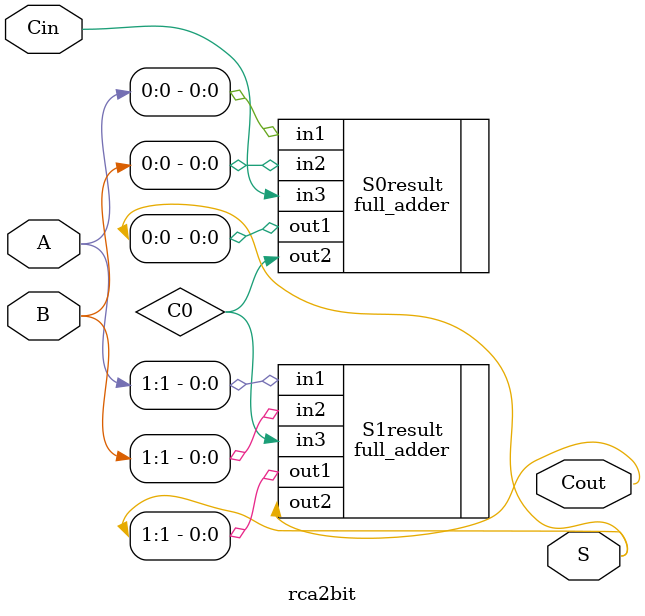
<source format=v>
module rca2bit(S, Cout, A, B, Cin);
    input [1:0] A, B;
    input Cin;
    output [1:0] S;
    output Cout;
    wire C0, w2, w3;

    // syntax: gate instance_name(output, input_1, input_2...)
    full_adder S0result(.in1(A[0]), .in2(B[0]), .in3(Cin), .out1(S[0]), .out2(C0));
    full_adder S1result(.in1(A[1]), .in2(B[1]), .in3(C0), .out1(S[1]), .out2(Cout));


endmodule

// iverilog -o rca2bit -s rca2bit_tb .\rca2bit.v .\full_adder.v .\rca2bit_tb.v
// 
// vvp .\rca2bit
</source>
